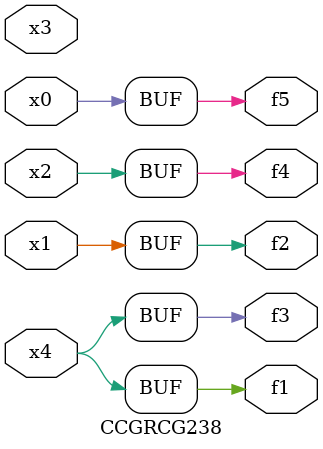
<source format=v>
module CCGRCG238(
	input x0, x1, x2, x3, x4,
	output f1, f2, f3, f4, f5
);
	assign f1 = x4;
	assign f2 = x1;
	assign f3 = x4;
	assign f4 = x2;
	assign f5 = x0;
endmodule

</source>
